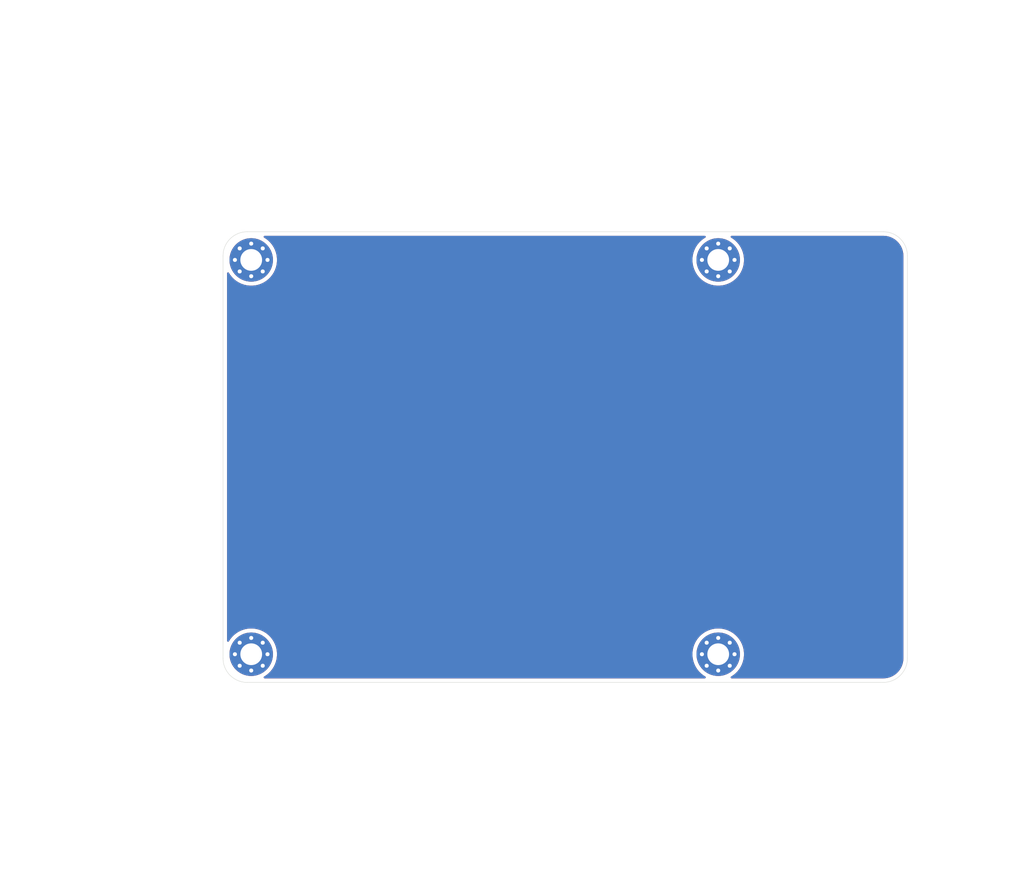
<source format=kicad_pcb>
(kicad_pcb (version 20241229) (generator "pcbnew") (generator_version "9.0")
  (layers (0 "F.Cu" signal) (2 "B.Cu" signal) (13 "F.Paste" user) (15 "B.Paste" user) (5 "F.SilkS" user "F.Silkscreen") (7 "B.SilkS" user "B.Silkscreen") (1 "F.Mask" user) (3 "B.Mask" user) (25 "Edge.Cuts" user))
  (net 0 "")
  (footprint "MountingHole:MountingHole_2.7mm_M2.5_Pad_Via" (layer "F.Cu") (at 136.5 67.5)
    (property "Reference" "REF**" (hide yes))
    (property "Value" "MountingHole_2.7mm_M2.5_Pad_Via" (hide yes))
    (pad "1" thru_hole circle (at -2.025 0) (size 0.8 0.8) (drill 0.5) (layers "*.Cu" "*.Mask"))
    (pad "1" thru_hole circle (at -1.431891 -1.431891) (size 0.8 0.8) (drill 0.5) (layers "*.Cu" "*.Mask"))
    (pad "1" thru_hole circle (at -1.431891 1.431891) (size 0.8 0.8) (drill 0.5) (layers "*.Cu" "*.Mask"))
    (pad "1" thru_hole circle (at 0 -2.025) (size 0.8 0.8) (drill 0.5) (layers "*.Cu" "*.Mask"))
    (pad "1" thru_hole circle (at 0 0) (size 5.4 5.4) (drill 2.7) (layers "*.Cu" "*.Mask"))
    (pad "1" thru_hole circle (at 0 2.025) (size 0.8 0.8) (drill 0.5) (layers "*.Cu" "*.Mask"))
    (pad "1" thru_hole circle (at 1.431891 -1.431891) (size 0.8 0.8) (drill 0.5) (layers "*.Cu" "*.Mask"))
    (pad "1" thru_hole circle (at 1.431891 1.431891) (size 0.8 0.8) (drill 0.5) (layers "*.Cu" "*.Mask"))
    (pad "1" thru_hole circle (at 2.025 0) (size 0.8 0.8) (drill 0.5) (layers "*.Cu" "*.Mask"))
  )
  (footprint "MountingHole:MountingHole_2.7mm_M2.5_Pad_Via" (layer "F.Cu") (at 136.5 116.5)
    (property "Reference" "REF**" (hide yes))
    (property "Value" "MountingHole_2.7mm_M2.5_Pad_Via" (hide yes))
    (pad "1" thru_hole circle (at -2.025 0) (size 0.8 0.8) (drill 0.5) (layers "*.Cu" "*.Mask"))
    (pad "1" thru_hole circle (at -1.431891 -1.431891) (size 0.8 0.8) (drill 0.5) (layers "*.Cu" "*.Mask"))
    (pad "1" thru_hole circle (at -1.431891 1.431891) (size 0.8 0.8) (drill 0.5) (layers "*.Cu" "*.Mask"))
    (pad "1" thru_hole circle (at 0 -2.025) (size 0.8 0.8) (drill 0.5) (layers "*.Cu" "*.Mask"))
    (pad "1" thru_hole circle (at 0 0) (size 5.4 5.4) (drill 2.7) (layers "*.Cu" "*.Mask"))
    (pad "1" thru_hole circle (at 0 2.025) (size 0.8 0.8) (drill 0.5) (layers "*.Cu" "*.Mask"))
    (pad "1" thru_hole circle (at 1.431891 -1.431891) (size 0.8 0.8) (drill 0.5) (layers "*.Cu" "*.Mask"))
    (pad "1" thru_hole circle (at 1.431891 1.431891) (size 0.8 0.8) (drill 0.5) (layers "*.Cu" "*.Mask"))
    (pad "1" thru_hole circle (at 2.025 0) (size 0.8 0.8) (drill 0.5) (layers "*.Cu" "*.Mask"))
  )
  (footprint "MountingHole:MountingHole_2.7mm_M2.5_Pad_Via" (layer "F.Cu") (at 78.5 116.5)
    (property "Reference" "REF**" (hide yes))
    (property "Value" "MountingHole_2.7mm_M2.5_Pad_Via" (hide yes))
    (pad "1" thru_hole circle (at -2.025 0) (size 0.8 0.8) (drill 0.5) (layers "*.Cu" "*.Mask"))
    (pad "1" thru_hole circle (at -1.431891 -1.431891) (size 0.8 0.8) (drill 0.5) (layers "*.Cu" "*.Mask"))
    (pad "1" thru_hole circle (at -1.431891 1.431891) (size 0.8 0.8) (drill 0.5) (layers "*.Cu" "*.Mask"))
    (pad "1" thru_hole circle (at 0 -2.025) (size 0.8 0.8) (drill 0.5) (layers "*.Cu" "*.Mask"))
    (pad "1" thru_hole circle (at 0 0) (size 5.4 5.4) (drill 2.7) (layers "*.Cu" "*.Mask"))
    (pad "1" thru_hole circle (at 0 2.025) (size 0.8 0.8) (drill 0.5) (layers "*.Cu" "*.Mask"))
    (pad "1" thru_hole circle (at 1.431891 -1.431891) (size 0.8 0.8) (drill 0.5) (layers "*.Cu" "*.Mask"))
    (pad "1" thru_hole circle (at 1.431891 1.431891) (size 0.8 0.8) (drill 0.5) (layers "*.Cu" "*.Mask"))
    (pad "1" thru_hole circle (at 2.025 0) (size 0.8 0.8) (drill 0.5) (layers "*.Cu" "*.Mask"))
  )
  (footprint "MountingHole:MountingHole_2.7mm_M2.5_Pad_Via" (layer "F.Cu") (at 78.5 67.5)
    (property "Reference" "REF**" (hide yes))
    (property "Value" "MountingHole_2.7mm_M2.5_Pad_Via" (hide yes))
    (pad "1" thru_hole circle (at -2.025 0) (size 0.8 0.8) (drill 0.5) (layers "*.Cu" "*.Mask"))
    (pad "1" thru_hole circle (at -1.431891 -1.431891) (size 0.8 0.8) (drill 0.5) (layers "*.Cu" "*.Mask"))
    (pad "1" thru_hole circle (at -1.431891 1.431891) (size 0.8 0.8) (drill 0.5) (layers "*.Cu" "*.Mask"))
    (pad "1" thru_hole circle (at 0 -2.025) (size 0.8 0.8) (drill 0.5) (layers "*.Cu" "*.Mask"))
    (pad "1" thru_hole circle (at 0 0) (size 5.4 5.4) (drill 2.7) (layers "*.Cu" "*.Mask"))
    (pad "1" thru_hole circle (at 0 2.025) (size 0.8 0.8) (drill 0.5) (layers "*.Cu" "*.Mask"))
    (pad "1" thru_hole circle (at 1.431891 -1.431891) (size 0.8 0.8) (drill 0.5) (layers "*.Cu" "*.Mask"))
    (pad "1" thru_hole circle (at 1.431891 1.431891) (size 0.8 0.8) (drill 0.5) (layers "*.Cu" "*.Mask"))
    (pad "1" thru_hole circle (at 2.025 0) (size 0.8 0.8) (drill 0.5) (layers "*.Cu" "*.Mask"))
  )
  (gr_line (start 75 117) (end 75 67) (stroke (width 0.05)) (layer "Edge.Cuts"))
  (gr_line (start 78 120) (end 157 120) (stroke (width 0.05)) (layer "Edge.Cuts"))
  (gr_arc (start 160 117) (mid 159.12132 119.12132) (end 157 120) (stroke (width 0.05)) (layer "Edge.Cuts"))
  (gr_arc (start 157 64) (mid 159.12132 64.87868) (end 160 67) (stroke (width 0.05)) (layer "Edge.Cuts"))
  (gr_arc (start 78 120) (mid 75.87868 119.12132) (end 75 117) (stroke (width 0.05)) (layer "Edge.Cuts"))
  (gr_line (start 160 117) (end 160 67) (stroke (width 0.05)) (layer "Edge.Cuts"))
  (gr_arc (start 75 67) (mid 75.87868 64.87868) (end 78 64) (stroke (width 0.05)) (layer "Edge.Cuts"))
  (gr_line (start 78 64) (end 157 64) (stroke (width 0.05)) (layer "Edge.Cuts"))
  (zone (net 0) (net_name "") (layers "F.Cu" "B.Cu") (connect_pads (clearance 0.5)) (min_thickness 0.25) (fill yes (thermal_gap 0.5) (thermal_bridge_width 0.5) (island_removal_mode 1) (island_area_min 10))
    (polygon (pts (xy 47.3 35.2) (xy 174.5 35.2) (xy 174.5 144.1) (xy 47.6 144.2)))
  )
)
</source>
